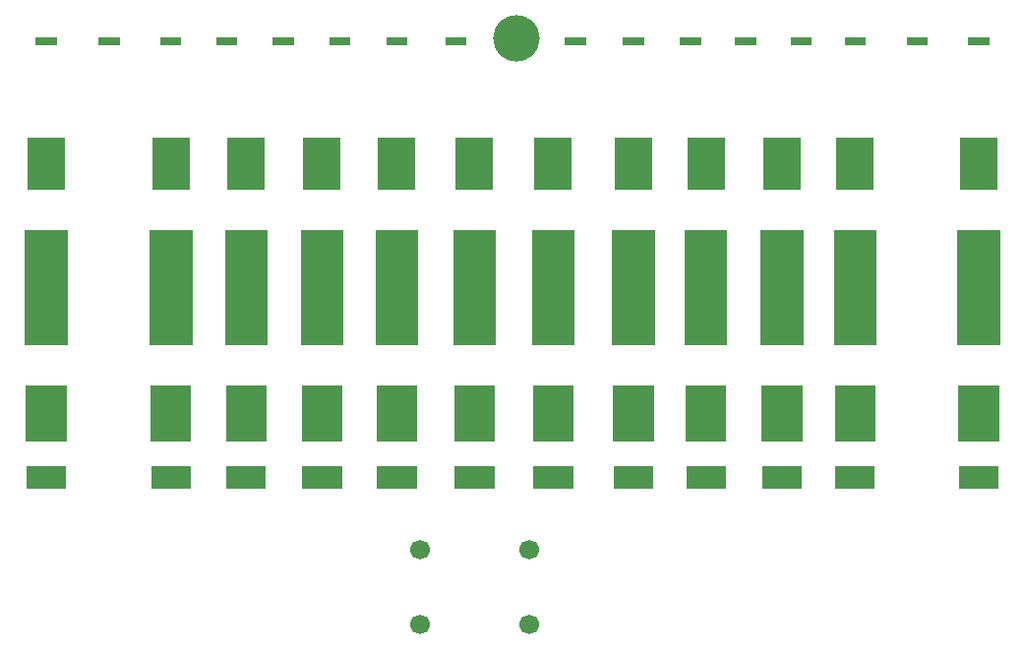
<source format=gbr>
%TF.GenerationSoftware,KiCad,Pcbnew,7.0.7*%
%TF.CreationDate,2023-11-19T13:20:32+01:00*%
%TF.ProjectId,sss_ornament_2023,7373735f-6f72-46e6-916d-656e745f3230,rev?*%
%TF.SameCoordinates,Original*%
%TF.FileFunction,Soldermask,Top*%
%TF.FilePolarity,Negative*%
%FSLAX46Y46*%
G04 Gerber Fmt 4.6, Leading zero omitted, Abs format (unit mm)*
G04 Created by KiCad (PCBNEW 7.0.7) date 2023-11-19 13:20:32*
%MOMM*%
%LPD*%
G01*
G04 APERTURE LIST*
%ADD10C,0.032553*%
%ADD11C,4.000000*%
%ADD12C,1.700000*%
G04 APERTURE END LIST*
D10*
X130979764Y-95176136D02*
X127557240Y-95176136D01*
X127557240Y-90424000D01*
X130979764Y-90424000D01*
X130979764Y-95176136D01*
G36*
X130979764Y-95176136D02*
G01*
X127557240Y-95176136D01*
X127557240Y-90424000D01*
X130979764Y-90424000D01*
X130979764Y-95176136D01*
G37*
X150899354Y-95176136D02*
X147476830Y-95176136D01*
X147476830Y-90424000D01*
X150899354Y-90424000D01*
X150899354Y-95176136D01*
G36*
X150899354Y-95176136D02*
G01*
X147476830Y-95176136D01*
X147476830Y-90424000D01*
X150899354Y-90424000D01*
X150899354Y-95176136D01*
G37*
X137844861Y-86816816D02*
X134234517Y-86816816D01*
X134234517Y-77066318D01*
X137844861Y-77066318D01*
X137844861Y-86816816D01*
G36*
X137844861Y-86816816D02*
G01*
X134234517Y-86816816D01*
X134234517Y-77066318D01*
X137844861Y-77066318D01*
X137844861Y-86816816D01*
G37*
X111183303Y-73446809D02*
X108056249Y-73446809D01*
X108056249Y-69088632D01*
X111183303Y-69088632D01*
X111183303Y-73446809D01*
G36*
X111183303Y-73446809D02*
G01*
X108056249Y-73446809D01*
X108056249Y-69088632D01*
X111183303Y-69088632D01*
X111183303Y-73446809D01*
G37*
X117708264Y-73446809D02*
X114581212Y-73446809D01*
X114581212Y-69088632D01*
X117708264Y-69088632D01*
X117708264Y-73446809D01*
G36*
X117708264Y-73446809D02*
G01*
X114581212Y-73446809D01*
X114581212Y-69088632D01*
X117708264Y-69088632D01*
X117708264Y-73446809D01*
G37*
X157399682Y-99214225D02*
X154075646Y-99214225D01*
X154075646Y-97367542D01*
X157399682Y-97367542D01*
X157399682Y-99214225D01*
G36*
X157399682Y-99214225D02*
G01*
X154075646Y-99214225D01*
X154075646Y-97367542D01*
X157399682Y-97367542D01*
X157399682Y-99214225D01*
G37*
X117856000Y-95176136D02*
X114433476Y-95176136D01*
X114433476Y-90424000D01*
X117856000Y-90424000D01*
X117856000Y-95176136D01*
G36*
X117856000Y-95176136D02*
G01*
X114433476Y-95176136D01*
X114433476Y-90424000D01*
X117856000Y-90424000D01*
X117856000Y-95176136D01*
G37*
X163741441Y-95176136D02*
X160318917Y-95176136D01*
X160318917Y-90424000D01*
X163741441Y-90424000D01*
X163741441Y-95176136D01*
G36*
X163741441Y-95176136D02*
G01*
X160318917Y-95176136D01*
X160318917Y-90424000D01*
X163741441Y-90424000D01*
X163741441Y-95176136D01*
G37*
X144676713Y-95176136D02*
X141254189Y-95176136D01*
X141254189Y-90424000D01*
X144676713Y-90424000D01*
X144676713Y-95176136D01*
G36*
X144676713Y-95176136D02*
G01*
X141254189Y-95176136D01*
X141254189Y-90424000D01*
X144676713Y-90424000D01*
X144676713Y-95176136D01*
G37*
X168263223Y-61050715D02*
X166522149Y-61050715D01*
X166522149Y-60441340D01*
X168263223Y-60441340D01*
X168263223Y-61050715D01*
G36*
X168263223Y-61050715D02*
G01*
X166522149Y-61050715D01*
X166522149Y-60441340D01*
X168263223Y-60441340D01*
X168263223Y-61050715D01*
G37*
X111424954Y-86816816D02*
X107814610Y-86816816D01*
X107814610Y-77066318D01*
X111424954Y-77066318D01*
X111424954Y-86816816D01*
G36*
X111424954Y-86816816D02*
G01*
X107814610Y-86816816D01*
X107814610Y-77066318D01*
X111424954Y-77066318D01*
X111424954Y-86816816D01*
G37*
X94049334Y-99214225D02*
X90725301Y-99214225D01*
X90725301Y-97367542D01*
X94049334Y-97367542D01*
X94049334Y-99214225D01*
G36*
X94049334Y-99214225D02*
G01*
X90725301Y-99214225D01*
X90725301Y-97367542D01*
X94049334Y-97367542D01*
X94049334Y-99214225D01*
G37*
X104840985Y-95176136D02*
X101418462Y-95176136D01*
X101418462Y-90424000D01*
X104840985Y-90424000D01*
X104840985Y-95176136D01*
G36*
X104840985Y-95176136D02*
G01*
X101418462Y-95176136D01*
X101418462Y-90424000D01*
X104840985Y-90424000D01*
X104840985Y-95176136D01*
G37*
X124239503Y-99214225D02*
X120915471Y-99214225D01*
X120915471Y-97367542D01*
X124239503Y-97367542D01*
X124239503Y-99214225D01*
G36*
X124239503Y-99214225D02*
G01*
X120915471Y-99214225D01*
X120915471Y-97367542D01*
X124239503Y-97367542D01*
X124239503Y-99214225D01*
G37*
X174473298Y-86816816D02*
X170862954Y-86816816D01*
X170862954Y-77066318D01*
X174473298Y-77066318D01*
X174473298Y-86816816D01*
G36*
X174473298Y-86816816D02*
G01*
X170862954Y-86816816D01*
X170862954Y-77066318D01*
X174473298Y-77066318D01*
X174473298Y-86816816D01*
G37*
X150751618Y-73446809D02*
X147624566Y-73446809D01*
X147624566Y-69088632D01*
X150751618Y-69088632D01*
X150751618Y-73446809D01*
G36*
X150751618Y-73446809D02*
G01*
X147624566Y-73446809D01*
X147624566Y-69088632D01*
X150751618Y-69088632D01*
X150751618Y-73446809D01*
G37*
X124141019Y-73446809D02*
X121013967Y-73446809D01*
X121013967Y-69088632D01*
X124141019Y-69088632D01*
X124141019Y-73446809D01*
G36*
X124141019Y-73446809D02*
G01*
X121013967Y-73446809D01*
X121013967Y-69088632D01*
X124141019Y-69088632D01*
X124141019Y-73446809D01*
G37*
X94098584Y-95176136D02*
X90676061Y-95176136D01*
X90676061Y-90424000D01*
X94098584Y-90424000D01*
X94098584Y-95176136D01*
G36*
X94098584Y-95176136D02*
G01*
X90676061Y-95176136D01*
X90676061Y-90424000D01*
X94098584Y-90424000D01*
X94098584Y-95176136D01*
G37*
X157542848Y-86816816D02*
X153932504Y-86816816D01*
X153932504Y-77066318D01*
X157542848Y-77066318D01*
X157542848Y-86816816D01*
G36*
X157542848Y-86816816D02*
G01*
X153932504Y-86816816D01*
X153932504Y-77066318D01*
X157542848Y-77066318D01*
X157542848Y-86816816D01*
G37*
X174379380Y-95176136D02*
X170956857Y-95176136D01*
X170956857Y-90424000D01*
X174379380Y-90424000D01*
X174379380Y-95176136D01*
G36*
X174379380Y-95176136D02*
G01*
X170956857Y-95176136D01*
X170956857Y-90424000D01*
X174379380Y-90424000D01*
X174379380Y-95176136D01*
G37*
X137701707Y-99214225D02*
X134377675Y-99214225D01*
X134377675Y-97367542D01*
X137701707Y-97367542D01*
X137701707Y-99214225D01*
G36*
X137701707Y-99214225D02*
G01*
X134377675Y-99214225D01*
X134377675Y-97367542D01*
X137701707Y-97367542D01*
X137701707Y-99214225D01*
G37*
X123448029Y-61050715D02*
X121706960Y-61050715D01*
X121706960Y-60441340D01*
X123448029Y-60441340D01*
X123448029Y-61050715D01*
G36*
X123448029Y-61050715D02*
G01*
X121706960Y-61050715D01*
X121706960Y-60441340D01*
X123448029Y-60441340D01*
X123448029Y-61050715D01*
G37*
X157301194Y-73446809D02*
X154174142Y-73446809D01*
X154174142Y-69088632D01*
X157301194Y-69088632D01*
X157301194Y-73446809D01*
G36*
X157301194Y-73446809D02*
G01*
X154174142Y-73446809D01*
X154174142Y-69088632D01*
X157301194Y-69088632D01*
X157301194Y-73446809D01*
G37*
X150993257Y-86816816D02*
X147382913Y-86816816D01*
X147382913Y-77066318D01*
X150993257Y-77066318D01*
X150993257Y-86816816D01*
G36*
X150993257Y-86816816D02*
G01*
X147382913Y-86816816D01*
X147382913Y-77066318D01*
X150993257Y-77066318D01*
X150993257Y-86816816D01*
G37*
X111331037Y-95176136D02*
X107908513Y-95176136D01*
X107908513Y-90424000D01*
X111331037Y-90424000D01*
X111331037Y-95176136D01*
G36*
X111331037Y-95176136D02*
G01*
X107908513Y-95176136D01*
X107908513Y-90424000D01*
X111331037Y-90424000D01*
X111331037Y-95176136D01*
G37*
X104934903Y-86816816D02*
X101324559Y-86816816D01*
X101324559Y-77066318D01*
X104934903Y-77066318D01*
X104934903Y-86816816D01*
G36*
X104934903Y-86816816D02*
G01*
X101324559Y-86816816D01*
X101324559Y-77066318D01*
X104934903Y-77066318D01*
X104934903Y-86816816D01*
G37*
X94192487Y-86816816D02*
X90582143Y-86816816D01*
X90582143Y-77066318D01*
X94192487Y-77066318D01*
X94192487Y-86816816D01*
G36*
X94192487Y-86816816D02*
G01*
X90582143Y-86816816D01*
X90582143Y-77066318D01*
X94192487Y-77066318D01*
X94192487Y-86816816D01*
G37*
X153464105Y-61050715D02*
X151723031Y-61050715D01*
X151723031Y-60441340D01*
X153464105Y-60441340D01*
X153464105Y-61050715D01*
G36*
X153464105Y-61050715D02*
G01*
X151723031Y-61050715D01*
X151723031Y-60441340D01*
X153464105Y-60441340D01*
X153464105Y-61050715D01*
G37*
X93950850Y-73446809D02*
X90823796Y-73446809D01*
X90823796Y-69088632D01*
X93950850Y-69088632D01*
X93950850Y-73446809D01*
G36*
X93950850Y-73446809D02*
G01*
X90823796Y-73446809D01*
X90823796Y-69088632D01*
X93950850Y-69088632D01*
X93950850Y-73446809D01*
G37*
X163593705Y-73446809D02*
X160466653Y-73446809D01*
X160466653Y-69088632D01*
X163593705Y-69088632D01*
X163593705Y-73446809D01*
G36*
X163593705Y-73446809D02*
G01*
X160466653Y-73446809D01*
X160466653Y-69088632D01*
X163593705Y-69088632D01*
X163593705Y-73446809D01*
G37*
X163692193Y-99214225D02*
X160368157Y-99214225D01*
X160368157Y-97367542D01*
X163692193Y-97367542D01*
X163692193Y-99214225D01*
G36*
X163692193Y-99214225D02*
G01*
X160368157Y-99214225D01*
X160368157Y-97367542D01*
X163692193Y-97367542D01*
X163692193Y-99214225D01*
G37*
X174231645Y-73446809D02*
X171104592Y-73446809D01*
X171104592Y-69088632D01*
X174231645Y-69088632D01*
X174231645Y-73446809D01*
G36*
X174231645Y-73446809D02*
G01*
X171104592Y-73446809D01*
X171104592Y-69088632D01*
X174231645Y-69088632D01*
X174231645Y-73446809D01*
G37*
X143835988Y-61050715D02*
X142094918Y-61050715D01*
X142094918Y-60441340D01*
X143835988Y-60441340D01*
X143835988Y-61050715D01*
G36*
X143835988Y-61050715D02*
G01*
X142094918Y-61050715D01*
X142094918Y-60441340D01*
X143835988Y-60441340D01*
X143835988Y-61050715D01*
G37*
X138804276Y-61050715D02*
X137063207Y-61050715D01*
X137063207Y-60441340D01*
X138804276Y-60441340D01*
X138804276Y-61050715D01*
G36*
X138804276Y-61050715D02*
G01*
X137063207Y-61050715D01*
X137063207Y-60441340D01*
X138804276Y-60441340D01*
X138804276Y-61050715D01*
G37*
X117806748Y-99214225D02*
X114482717Y-99214225D01*
X114482717Y-97367542D01*
X117806748Y-97367542D01*
X117806748Y-99214225D01*
G36*
X117806748Y-99214225D02*
G01*
X114482717Y-99214225D01*
X114482717Y-97367542D01*
X117806748Y-97367542D01*
X117806748Y-99214225D01*
G37*
X98672580Y-61050715D02*
X96931508Y-61050715D01*
X96931508Y-60441340D01*
X98672580Y-60441340D01*
X98672580Y-61050715D01*
G36*
X98672580Y-61050715D02*
G01*
X96931508Y-61050715D01*
X96931508Y-60441340D01*
X98672580Y-60441340D01*
X98672580Y-61050715D01*
G37*
X124288754Y-95176136D02*
X120866231Y-95176136D01*
X120866231Y-90424000D01*
X124288754Y-90424000D01*
X124288754Y-95176136D01*
G36*
X124288754Y-95176136D02*
G01*
X120866231Y-95176136D01*
X120866231Y-90424000D01*
X124288754Y-90424000D01*
X124288754Y-95176136D01*
G37*
X108805621Y-61050715D02*
X107064549Y-61050715D01*
X107064549Y-60441340D01*
X108805621Y-60441340D01*
X108805621Y-61050715D01*
G36*
X108805621Y-61050715D02*
G01*
X107064549Y-61050715D01*
X107064549Y-60441340D01*
X108805621Y-60441340D01*
X108805621Y-61050715D01*
G37*
X162900720Y-61050715D02*
X161159646Y-61050715D01*
X161159646Y-60441340D01*
X162900720Y-60441340D01*
X162900720Y-61050715D01*
G36*
X162900720Y-61050715D02*
G01*
X161159646Y-61050715D01*
X161159646Y-60441340D01*
X162900720Y-60441340D01*
X162900720Y-61050715D01*
G37*
X124382672Y-86816816D02*
X120772328Y-86816816D01*
X120772328Y-77066318D01*
X124382672Y-77066318D01*
X124382672Y-86816816D01*
G36*
X124382672Y-86816816D02*
G01*
X120772328Y-86816816D01*
X120772328Y-77066318D01*
X124382672Y-77066318D01*
X124382672Y-86816816D01*
G37*
X118555619Y-61050715D02*
X116814549Y-61050715D01*
X116814549Y-60441340D01*
X118555619Y-60441340D01*
X118555619Y-61050715D01*
G36*
X118555619Y-61050715D02*
G01*
X116814549Y-61050715D01*
X116814549Y-60441340D01*
X118555619Y-60441340D01*
X118555619Y-61050715D01*
G37*
X144528977Y-73446809D02*
X141401925Y-73446809D01*
X141401925Y-69088632D01*
X144528977Y-69088632D01*
X144528977Y-73446809D01*
G36*
X144528977Y-73446809D02*
G01*
X141401925Y-73446809D01*
X141401925Y-69088632D01*
X144528977Y-69088632D01*
X144528977Y-73446809D01*
G37*
X93257846Y-61050715D02*
X91516774Y-61050715D01*
X91516774Y-60441340D01*
X93257846Y-60441340D01*
X93257846Y-61050715D01*
G36*
X93257846Y-61050715D02*
G01*
X91516774Y-61050715D01*
X91516774Y-60441340D01*
X93257846Y-60441340D01*
X93257846Y-61050715D01*
G37*
X130930528Y-99214225D02*
X127606496Y-99214225D01*
X127606496Y-97367542D01*
X130930528Y-97367542D01*
X130930528Y-99214225D01*
G36*
X130930528Y-99214225D02*
G01*
X127606496Y-99214225D01*
X127606496Y-97367542D01*
X130930528Y-97367542D01*
X130930528Y-99214225D01*
G37*
X137750943Y-95176136D02*
X134328420Y-95176136D01*
X134328420Y-90424000D01*
X137750943Y-90424000D01*
X137750943Y-95176136D01*
G36*
X137750943Y-95176136D02*
G01*
X134328420Y-95176136D01*
X134328420Y-90424000D01*
X137750943Y-90424000D01*
X137750943Y-95176136D01*
G37*
X174330148Y-99214225D02*
X171006112Y-99214225D01*
X171006112Y-97367542D01*
X174330148Y-97367542D01*
X174330148Y-99214225D01*
G36*
X174330148Y-99214225D02*
G01*
X171006112Y-99214225D01*
X171006112Y-97367542D01*
X174330148Y-97367542D01*
X174330148Y-99214225D01*
G37*
X163835359Y-86816816D02*
X160225015Y-86816816D01*
X160225015Y-77066318D01*
X163835359Y-77066318D01*
X163835359Y-86816816D01*
G36*
X163835359Y-86816816D02*
G01*
X160225015Y-86816816D01*
X160225015Y-77066318D01*
X163835359Y-77066318D01*
X163835359Y-86816816D01*
G37*
X104000262Y-61050715D02*
X102259191Y-61050715D01*
X102259191Y-60441340D01*
X104000262Y-60441340D01*
X104000262Y-61050715D01*
G36*
X104000262Y-61050715D02*
G01*
X102259191Y-61050715D01*
X102259191Y-60441340D01*
X104000262Y-60441340D01*
X104000262Y-61050715D01*
G37*
X133650712Y-61050715D02*
X131909642Y-61050715D01*
X131909642Y-60441340D01*
X133650712Y-60441340D01*
X133650712Y-61050715D01*
G36*
X133650712Y-61050715D02*
G01*
X131909642Y-61050715D01*
X131909642Y-60441340D01*
X133650712Y-60441340D01*
X133650712Y-61050715D01*
G37*
X131073682Y-86816816D02*
X127463338Y-86816816D01*
X127463338Y-77066318D01*
X131073682Y-77066318D01*
X131073682Y-86816816D01*
G36*
X131073682Y-86816816D02*
G01*
X127463338Y-86816816D01*
X127463338Y-77066318D01*
X131073682Y-77066318D01*
X131073682Y-86816816D01*
G37*
X148728402Y-61050715D02*
X146987328Y-61050715D01*
X146987328Y-60441340D01*
X148728402Y-60441340D01*
X148728402Y-61050715D01*
G36*
X148728402Y-61050715D02*
G01*
X146987328Y-61050715D01*
X146987328Y-60441340D01*
X148728402Y-60441340D01*
X148728402Y-61050715D01*
G37*
X130832028Y-73446809D02*
X127704976Y-73446809D01*
X127704976Y-69088632D01*
X130832028Y-69088632D01*
X130832028Y-73446809D01*
G36*
X130832028Y-73446809D02*
G01*
X127704976Y-73446809D01*
X127704976Y-69088632D01*
X130832028Y-69088632D01*
X130832028Y-73446809D01*
G37*
X158269464Y-61050715D02*
X156528390Y-61050715D01*
X156528390Y-60441340D01*
X158269464Y-60441340D01*
X158269464Y-61050715D01*
G36*
X158269464Y-61050715D02*
G01*
X156528390Y-61050715D01*
X156528390Y-60441340D01*
X158269464Y-60441340D01*
X158269464Y-61050715D01*
G37*
X113663211Y-61050715D02*
X111922139Y-61050715D01*
X111922139Y-60441340D01*
X113663211Y-60441340D01*
X113663211Y-61050715D01*
G36*
X113663211Y-61050715D02*
G01*
X111922139Y-61050715D01*
X111922139Y-60441340D01*
X113663211Y-60441340D01*
X113663211Y-61050715D01*
G37*
X173538659Y-61050715D02*
X171797585Y-61050715D01*
X171797585Y-60441340D01*
X173538659Y-60441340D01*
X173538659Y-61050715D01*
G36*
X173538659Y-61050715D02*
G01*
X171797585Y-61050715D01*
X171797585Y-60441340D01*
X173538659Y-60441340D01*
X173538659Y-61050715D01*
G37*
X117949903Y-86816816D02*
X114339559Y-86816816D01*
X114339559Y-77066318D01*
X117949903Y-77066318D01*
X117949903Y-86816816D01*
G36*
X117949903Y-86816816D02*
G01*
X114339559Y-86816816D01*
X114339559Y-77066318D01*
X117949903Y-77066318D01*
X117949903Y-86816816D01*
G37*
X128549363Y-61050715D02*
X126808293Y-61050715D01*
X126808293Y-60441340D01*
X128549363Y-60441340D01*
X128549363Y-61050715D01*
G36*
X128549363Y-61050715D02*
G01*
X126808293Y-61050715D01*
X126808293Y-60441340D01*
X128549363Y-60441340D01*
X128549363Y-61050715D01*
G37*
X104693252Y-73446809D02*
X101566197Y-73446809D01*
X101566197Y-69088632D01*
X104693252Y-69088632D01*
X104693252Y-73446809D01*
G36*
X104693252Y-73446809D02*
G01*
X101566197Y-73446809D01*
X101566197Y-69088632D01*
X104693252Y-69088632D01*
X104693252Y-73446809D01*
G37*
X144770616Y-86816816D02*
X141160272Y-86816816D01*
X141160272Y-77066318D01*
X144770616Y-77066318D01*
X144770616Y-86816816D01*
G36*
X144770616Y-86816816D02*
G01*
X141160272Y-86816816D01*
X141160272Y-77066318D01*
X144770616Y-77066318D01*
X144770616Y-86816816D01*
G37*
X111281787Y-99214225D02*
X107957753Y-99214225D01*
X107957753Y-97367542D01*
X111281787Y-97367542D01*
X111281787Y-99214225D01*
G36*
X111281787Y-99214225D02*
G01*
X107957753Y-99214225D01*
X107957753Y-97367542D01*
X111281787Y-97367542D01*
X111281787Y-99214225D01*
G37*
X104791736Y-99214225D02*
X101467702Y-99214225D01*
X101467702Y-97367542D01*
X104791736Y-97367542D01*
X104791736Y-99214225D01*
G36*
X104791736Y-99214225D02*
G01*
X101467702Y-99214225D01*
X101467702Y-97367542D01*
X104791736Y-97367542D01*
X104791736Y-99214225D01*
G37*
X137603208Y-73446809D02*
X134476155Y-73446809D01*
X134476155Y-69088632D01*
X137603208Y-69088632D01*
X137603208Y-73446809D01*
G36*
X137603208Y-73446809D02*
G01*
X134476155Y-73446809D01*
X134476155Y-69088632D01*
X137603208Y-69088632D01*
X137603208Y-73446809D01*
G37*
X150850106Y-99214225D02*
X147526071Y-99214225D01*
X147526071Y-97367542D01*
X150850106Y-97367542D01*
X150850106Y-99214225D01*
G36*
X150850106Y-99214225D02*
G01*
X147526071Y-99214225D01*
X147526071Y-97367542D01*
X150850106Y-97367542D01*
X150850106Y-99214225D01*
G37*
X144627461Y-99214225D02*
X141303430Y-99214225D01*
X141303430Y-97367542D01*
X144627461Y-97367542D01*
X144627461Y-99214225D01*
G36*
X144627461Y-99214225D02*
G01*
X141303430Y-99214225D01*
X141303430Y-97367542D01*
X144627461Y-97367542D01*
X144627461Y-99214225D01*
G37*
X157448930Y-95176136D02*
X154026406Y-95176136D01*
X154026406Y-90424000D01*
X157448930Y-90424000D01*
X157448930Y-95176136D01*
G36*
X157448930Y-95176136D02*
G01*
X154026406Y-95176136D01*
X154026406Y-90424000D01*
X157448930Y-90424000D01*
X157448930Y-95176136D01*
G37*
D11*
%TO.C,REF\u002A\u002A*%
X132926737Y-60500000D03*
%TD*%
D12*
%TO.C,J5*%
X124587000Y-110998000D03*
%TD*%
%TO.C,J4*%
X133985000Y-110998000D03*
%TD*%
%TO.C,J2*%
X133985000Y-104521000D03*
%TD*%
%TO.C,J3*%
X124587000Y-104521000D03*
%TD*%
M02*

</source>
